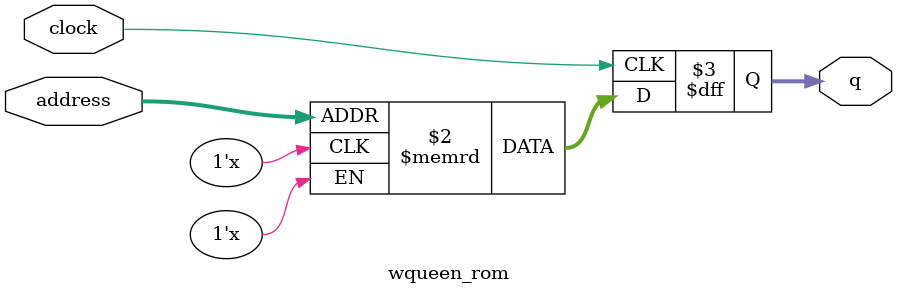
<source format=sv>
module wqueen_rom (
	input logic clock,
	input logic [11:0] address,
	output logic [1:0] q
);

logic [1:0] memory [0:3024] /* synthesis ram_init_file = "./wqueen/wqueen.COE" */;

always_ff @ (posedge clock) begin
	q <= memory[address];
end

endmodule

</source>
